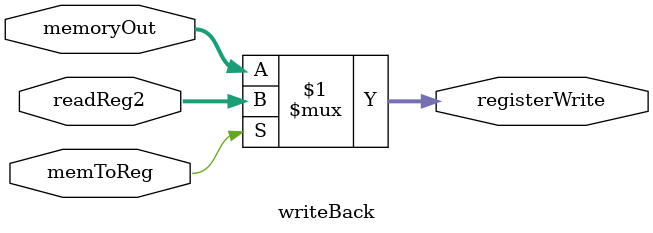
<source format=v>
`timescale 1ns / 1ps
module writeBack(
						input [31:00] memoryOut, readReg2,
						input memToReg,
						
						output [31:00] registerWrite
    );
		
		assign registerWrite = memToReg ? readReg2 : memoryOut;

endmodule

</source>
